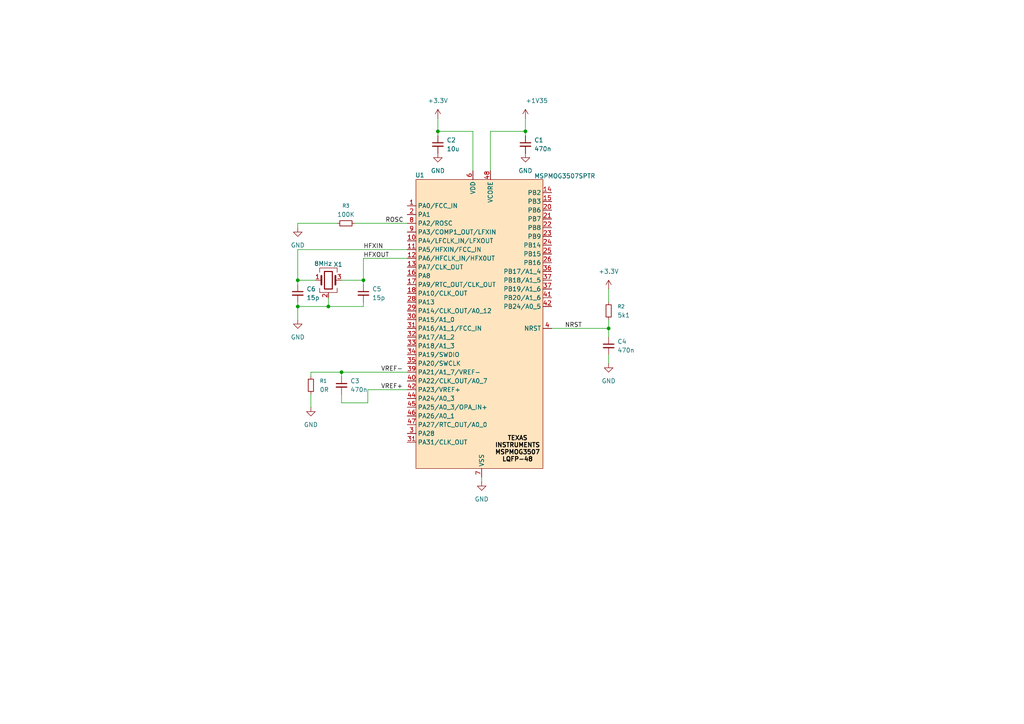
<source format=kicad_sch>
(kicad_sch (version 20250114) (generator "eeschema") (generator_version "9.0")
  (paper "A4")
  (title_block (title "MSPMO-Hardware") (date "2026-02-16") (company "Odari-Designs"))
  (lib_symbols
    (symbol "Device:C_Small" (pin_numbers (hide yes)) (pin_names (offset 0.254) (hide yes))
      (property "Reference" "C" (at 0.254 1.778 0))
      (property "Value" "C_Small" (at 0.254 -2.032 0))
      (symbol "C_Small_0_1"
        (polyline (pts (xy -1.524 0.508) (xy 1.524 0.508)) (stroke (width 0.3048)))
        (polyline (pts (xy -1.524 -0.508) (xy 1.524 -0.508)) (stroke (width 0.3302)))
      )
      (symbol "C_Small_1_1"
        (pin passive line (at 0 2.54 270) (length 2.032) (name "~") (number "1"))
        (pin passive line (at 0 -2.54 90) (length 2.032) (name "~") (number "2"))
      )
    )
    (symbol "Device:Crystal_GND24" (pin_names (offset 1.016) (hide yes))
      (property "Reference" "Y" (at 3.175 5.08 0))
      (property "Value" "Crystal_GND24" (at 3.175 3.175 0))
      (symbol "Crystal_GND24_0_1"
        (polyline (pts (xy -2.54 2.286) (xy -2.54 3.556) (xy 2.54 3.556) (xy 2.54 2.286)))
        (polyline (pts (xy -2.54 0) (xy -2.032 0)))
        (polyline (pts (xy -2.54 -2.286) (xy -2.54 -3.556) (xy 2.54 -3.556) (xy 2.54 -2.286)))
        (polyline (pts (xy -2.032 -1.27) (xy -2.032 1.27)) (stroke (width 0.508)))
        (rectangle (start -1.143 2.54) (end 1.143 -2.54) (stroke (width 0.3048)))
        (polyline (pts (xy 0 -3.81) (xy 0 -3.556)))
        (polyline (pts (xy 2.032 0) (xy 2.54 0)))
        (polyline (pts (xy 2.032 -1.27) (xy 2.032 1.27)) (stroke (width 0.508)))
      )
      (symbol "Crystal_GND24_1_1"
        (pin passive line (at -3.81 0 0) (length 1.27) (name "1") (number "1"))
        (pin passive line (at 0 -5.08 90) (length 1.27) (name "G") (number "2"))
        (pin passive line (at 0 -5.08 90) (length 1.27) (hide yes) (name "G") (number "4"))
        (pin passive line (at 3.81 0 180) (length 1.27) (name "3") (number "3"))
      )
    )
    (symbol "Device:R_Small" (pin_numbers (hide yes)) (pin_names (offset 0.254) (hide yes))
      (property "Reference" "R" (at 0 0 90))
      (property "Value" "R_Small" (at 1.778 0 90))
      (symbol "R_Small_0_1"
        (rectangle (start -0.762 1.778) (end 0.762 -1.778) (stroke (width 0.2032)))
      )
      (symbol "R_Small_1_1"
        (pin passive line (at 0 2.54 270) (length 0.762) (name "~") (number "1"))
        (pin passive line (at 0 -2.54 90) (length 0.762) (name "~") (number "2"))
      )
    )
    (symbol "MSPMOG3507SPTR:MSPMOG3507SPTR"
      (property "Reference" "U" (at 0.508 1.27 0))
      (property "Value" "MSPM0G3507SPTR" (at 2.54 3.556 0))
      (symbol "MSPMOG3507SPTR_1_1"
        (rectangle (start 0 0) (end 36.83 -83.82) (stroke (width 0) (color 132 0 0 1)) (fill (type color) (color 255 229 191 1)))
        (text "TEXAS\nINSTRUMENTS\nMSPMOG3507\nLQFP-48" (at 29.464 -77.978 0) (effects (font (size 1.27 1.27) (thickness 0.254) (bold yes))))
        (pin input line (at -2.54 -7.62 0) (length 2.54) (name "PA0/FCC_IN") (number "1"))
        (pin bidirectional line (at -2.54 -10.16 0) (length 2.54) (name "PA1") (number "2"))
        (pin bidirectional line (at -2.54 -12.7 0) (length 2.54) (name "PA2/ROSC") (number "8"))
        (pin input line (at -2.54 -15.24 0) (length 2.54) (name "PA3/COMP1_OUT/LFXIN") (number "9"))
        (pin output line (at -2.54 -17.78 0) (length 2.54) (name "PA4/LFCLK_IN/LFXOUT") (number "10"))
        (pin input line (at -2.54 -20.32 0) (length 2.54) (name "PA5/HFXIN/FCC_IN") (number "11"))
        (pin output line (at -2.54 -22.86 0) (length 2.54) (name "PA6/HFCLK_IN/HFX0UT") (number "12"))
        (pin output line (at -2.54 -25.4 0) (length 2.54) (name "PA7/CLK_OUT") (number "13"))
        (pin input line (at -2.54 -27.94 0) (length 2.54) (name "PA8") (number "16"))
        (pin bidirectional line (at -2.54 -30.48 0) (length 2.54) (name "PA9/RTC_OUT/CLK_OUT") (number "17"))
        (pin bidirectional line (at -2.54 -33.02 0) (length 2.54) (name "PA10/CLK_OUT") (number "18"))
        (pin bidirectional line (at -2.54 -35.56 0) (length 2.54) (name "PA13") (number "28"))
        (pin bidirectional line (at -2.54 -38.1 0) (length 2.54) (name "PA14/CLK_OUT/A0_12") (number "29"))
        (pin bidirectional line (at -2.54 -40.64 0) (length 2.54) (name "PA15/A1_0") (number "30"))
        (pin bidirectional line (at -2.54 -43.18 0) (length 2.54) (name "PA16/A1_1/FCC_IN") (number "31"))
        (pin bidirectional line (at -2.54 -45.72 0) (length 2.54) (name "PA17/A1_2") (number "32"))
        (pin bidirectional line (at -2.54 -48.26 0) (length 2.54) (name "PA18/A1_3") (number "33"))
        (pin bidirectional line (at -2.54 -50.8 0) (length 2.54) (name "PA19/SWDIO") (number "34"))
        (pin bidirectional line (at -2.54 -53.34 0) (length 2.54) (name "PA20/SWCLK") (number "35"))
        (pin bidirectional line (at -2.54 -55.88 0) (length 2.54) (name "PA21/A1_7/VREF-") (number "39"))
        (pin bidirectional line (at -2.54 -58.42 0) (length 2.54) (name "PA22/CLK_OUT/A0_7") (number "40"))
        (pin bidirectional line (at -2.54 -60.96 0) (length 2.54) (name "PA23/VREF+") (number "42"))
        (pin bidirectional line (at -2.54 -63.5 0) (length 2.54) (name "PA24/A0_3") (number "44"))
        (pin bidirectional line (at -2.54 -66.04 0) (length 2.54) (name "PA25/A0_3/OPA_IN+") (number "45"))
        (pin bidirectional line (at -2.54 -68.58 0) (length 2.54) (name "PA26/A0_1") (number "46"))
        (pin bidirectional line (at -2.54 -71.12 0) (length 2.54) (name "PA27/RTC_OUT/A0_0") (number "47"))
        (pin bidirectional line (at -2.54 -73.66 0) (length 2.54) (name "PA28") (number "3"))
        (pin input line (at -2.54 -76.2 0) (length 2.54) (name "PA31/CLK_OUT") (number "31"))
        (pin power_in line (at 16.51 2.54 270) (length 2.54) (name "VDD") (number "6"))
        (pin power_in line (at 19.05 -86.36 90) (length 2.54) (name "VSS") (number "7"))
        (pin power_out line (at 21.59 2.54 270) (length 2.54) (name "VCORE") (number "48"))
        (pin bidirectional line (at 39.37 -3.81 180) (length 2.54) (name "PB2") (number "14"))
        (pin bidirectional line (at 39.37 -6.35 180) (length 2.54) (name "PB3") (number "15"))
        (pin bidirectional line (at 39.37 -8.89 180) (length 2.54) (name "PB6") (number "20"))
        (pin bidirectional line (at 39.37 -11.43 180) (length 2.54) (name "PB7") (number "21"))
        (pin bidirectional line (at 39.37 -13.97 180) (length 2.54) (name "PB8") (number "22"))
        (pin bidirectional line (at 39.37 -16.51 180) (length 2.54) (name "PB9") (number "23"))
        (pin bidirectional line (at 39.37 -19.05 180) (length 2.54) (name "PB14") (number "24"))
        (pin bidirectional line (at 39.37 -21.59 180) (length 2.54) (name "PB15") (number "25"))
        (pin bidirectional line (at 39.37 -24.13 180) (length 2.54) (name "PB16") (number "26"))
        (pin bidirectional line (at 39.37 -26.67 180) (length 2.54) (name "PB17/A1_4") (number "36"))
        (pin bidirectional line (at 39.37 -29.21 180) (length 2.54) (name "PB18/A1_5") (number "37"))
        (pin bidirectional line (at 39.37 -31.75 180) (length 2.54) (name "PB19/A1_6") (number "37"))
        (pin bidirectional line (at 39.37 -34.29 180) (length 2.54) (name "PB20/A1_6") (number "41"))
        (pin bidirectional line (at 39.37 -36.83 180) (length 2.54) (name "PB24/A0_5") (number "42"))
        (pin input line (at 39.37 -43.18 180) (length 2.54) (name "NRST") (number "4"))
      )
    )
    (symbol "power:+1V35" (power) (pin_numbers (hide yes)) (pin_names (offset 0) (hide yes))
      (property "Value" "+1V35" (at 0 3.556 0))
      (symbol "+1V35_0_1"
        (polyline (pts (xy -0.762 1.27) (xy 0 2.54)))
        (polyline (pts (xy 0 2.54) (xy 0.762 1.27)))
        (polyline (pts (xy 0 0) (xy 0 2.54)))
      )
      (symbol "+1V35_1_1"
        (pin power_in line (at 0 0 90) (length 0) (name "~") (number "1"))
      )
    )
    (symbol "power:+3.3V" (power) (pin_numbers (hide yes)) (pin_names (offset 0) (hide yes))
      (property "Value" "+3.3V" (at 0 3.556 0))
      (symbol "+3.3V_0_1"
        (polyline (pts (xy -0.762 1.27) (xy 0 2.54)))
        (polyline (pts (xy 0 2.54) (xy 0.762 1.27)))
        (polyline (pts (xy 0 0) (xy 0 2.54)))
      )
      (symbol "+3.3V_1_1"
        (pin power_in line (at 0 0 90) (length 0) (name "~") (number "1"))
      )
    )
    (symbol "power:GND" (power) (pin_numbers (hide yes)) (pin_names (offset 0) (hide yes))
      (property "Value" "GND" (at 0 -3.81 0))
      (symbol "GND_0_1"
        (polyline (pts (xy 0 0) (xy 0 -1.27) (xy 1.27 -1.27) (xy 0 -2.54) (xy -1.27 -1.27) (xy 0 -1.27)))
      )
      (symbol "GND_1_1"
        (pin power_in line (at 0 0 270) (length 0) (name "~") (number "1"))
      )
    )
  )
  (junction (at 86.36 88.9))
  (junction (at 127 38.1))
  (junction (at 86.36 81.28))
  (junction (at 152.4 38.1))
  (junction (at 95.25 88.9))
  (junction (at 176.53 95.25))
  (junction (at 99.06 107.95))
  (junction (at 105.41 81.28))
  (wire (pts (xy 137.16 38.1) (xy 137.16 49.53)))
  (wire (pts (xy 90.17 114.3) (xy 90.17 118.11)))
  (wire (pts (xy 95.25 88.9) (xy 105.41 88.9)))
  (wire (pts (xy 127 38.1) (xy 127 39.37)))
  (wire (pts (xy 90.17 107.95) (xy 99.06 107.95)))
  (wire (pts (xy 142.24 38.1) (xy 152.4 38.1)))
  (wire (pts (xy 105.41 81.28) (xy 105.41 82.55)))
  (wire (pts (xy 86.36 64.77) (xy 86.36 66.04)))
  (wire (pts (xy 102.87 64.77) (xy 118.11 64.77)))
  (wire (pts (xy 127 34.29) (xy 127 38.1)))
  (wire (pts (xy 99.06 107.95) (xy 118.11 107.95)))
  (wire (pts (xy 86.36 72.39) (xy 118.11 72.39)))
  (wire (pts (xy 176.53 92.71) (xy 176.53 95.25)))
  (wire (pts (xy 97.79 64.77) (xy 86.36 64.77)))
  (wire (pts (xy 86.36 88.9) (xy 86.36 92.71)))
  (wire (pts (xy 127 38.1) (xy 137.16 38.1)))
  (wire (pts (xy 86.36 81.28) (xy 86.36 82.55)))
  (wire (pts (xy 176.53 95.25) (xy 176.53 97.79)))
  (wire (pts (xy 176.53 102.87) (xy 176.53 105.41)))
  (wire (pts (xy 105.41 87.63) (xy 105.41 88.9)))
  (wire (pts (xy 139.7 138.43) (xy 139.7 139.7)))
  (wire (pts (xy 106.68 113.03) (xy 118.11 113.03)))
  (wire (pts (xy 160.02 95.25) (xy 176.53 95.25)))
  (wire (pts (xy 99.06 116.84) (xy 106.68 116.84)))
  (wire (pts (xy 152.4 34.29) (xy 152.4 38.1)))
  (wire (pts (xy 90.17 107.95) (xy 90.17 109.22)))
  (wire (pts (xy 95.25 86.36) (xy 95.25 88.9)))
  (wire (pts (xy 99.06 81.28) (xy 105.41 81.28)))
  (wire (pts (xy 86.36 87.63) (xy 86.36 88.9)))
  (wire (pts (xy 105.41 74.93) (xy 118.11 74.93)))
  (wire (pts (xy 99.06 109.22) (xy 99.06 107.95)))
  (wire (pts (xy 86.36 81.28) (xy 91.44 81.28)))
  (wire (pts (xy 86.36 88.9) (xy 95.25 88.9)))
  (wire (pts (xy 152.4 38.1) (xy 152.4 39.37)))
  (wire (pts (xy 86.36 72.39) (xy 86.36 81.28)))
  (wire (pts (xy 99.06 114.3) (xy 99.06 116.84)))
  (wire (pts (xy 176.53 83.82) (xy 176.53 87.63)))
  (wire (pts (xy 106.68 113.03) (xy 106.68 116.84)))
  (wire (pts (xy 105.41 74.93) (xy 105.41 81.28)))
  (wire (pts (xy 142.24 38.1) (xy 142.24 49.53)))
  (label "VREF+" (at 110.49 113.03 0))
  (label "HFXIN" (at 105.41 72.39 0))
  (label "NRST" (at 163.83 95.25 0))
  (label "VREF-" (at 110.49 107.95 0))
  (label "HFXOUT" (at 105.41 74.93 0))
  (label "ROSC" (at 111.76 64.77 0))
  (symbol (lib_id "power:GND") (at 90.17 118.11 0) (unit 1)
    (property "Reference" "#PWR06" (effects (hide yes)))
    (property "Value" "GND" (at 90.17 123.19 0))
    (property "Description" "Power symbol creates a global label with name \"GND\" , ground" (effects (hide yes)))
  )
  (symbol (lib_id "Device:C_Small") (at 105.41 85.09 0) (unit 1)
    (property "Reference" "C5" (at 107.95 83.8262 0) (effects (justify left)))
    (property "Value" "15p" (at 107.95 86.3662 0) (effects (justify left)))
    (property "Footprint" "Capacitor_SMD:C_0805_2012Metric" (effects (hide yes)))
    (property "Datasheet" "https://eu.mouser.com/datasheet/3/72/1/KEM_C1063_X8R_FT_CAP_SMD.pdf" (effects (hide yes)))
    (property "Description" "Multilayer Ceramic Capacitors MLCC - SMD/SMT 10V 15pF X8R 0805 10%" (effects (hide yes)))
    (property "Manufacturer" "KEMET" (effects (hide yes)))
    (property "Manufacturer part Number " "C0805T474K8RBLTU" (effects (hide yes)))
    (property "Distributor Link 1" "https://eu.mouser.com/ProductDetail/KEMET/C0805X150K8HACTU?qs=f9yNj16SXrK762JzR9dZ8g%3D%3D" (effects (hide yes)))
    (property "Distributor Link 2" "https://www.digikey.com/en/products/detail/kemet/C0805X150K8HACTU/8336347?s=N4IgTCBcDaIMIAYAcCCsANAjKhBpJAEgIJwAqAqiALoC%2BQA" (effects (hide yes)))
  )
  (symbol (lib_id "power:GND") (at 127 44.45 0) (unit 1)
    (property "Reference" "#PWR05" (effects (hide yes)))
    (property "Value" "GND" (at 127 49.53 0))
    (property "Description" "Power symbol creates a global label with name \"GND\" , ground" (effects (hide yes)))
  )
  (symbol (lib_id "Device:C_Small") (at 152.4 41.91 0) (unit 1)
    (property "Reference" "C1" (at 154.94 40.6462 0) (effects (justify left)))
    (property "Value" "470n" (at 154.94 43.1862 0) (effects (justify left)))
    (property "Footprint" "Capacitor_SMD:C_0805_2012Metric" (effects (hide yes)))
    (property "Datasheet" "https://eu.mouser.com/datasheet/3/72/1/KEM_C1027_X7R_COTS_SMD.pdf" (effects (hide yes)))
    (property "Description" "Multilayer Ceramic Capacitors MLCC - SMD/SMT 10V 0.47uF 10% X7R 0805" (effects (hide yes)))
    (property "Manufacturer" "KEMET" (effects (hide yes)))
    (property "Manufacturer part Number " "C0805T474K8RBLTU" (effects (hide yes)))
    (property "Distributor Link 1" "https://eu.mouser.com/ProductDetail/KEMET/C0805T474K8RBLTU?qs=olJun0bQHM98KL9JEU0nkA%3D%3D" (effects (hide yes)))
    (property "Distributor Link 2" "https://www.digikey.com/en/products/detail/kemet/C0805T474K8RBLTU/27639799?s=N4IgTCBcDaIMIAYAcCCsAVALAdkwaSQCUAhAGXQFUQBdAXyA" (effects (hide yes)))
    (property "LCSC" "C20859689" (effects (hide yes)))
  )
  (symbol (lib_id "Device:C_Small") (at 86.36 85.09 0) (unit 1)
    (property "Reference" "C6" (at 88.9 83.8262 0) (effects (justify left)))
    (property "Value" "15p" (at 88.9 86.3662 0) (effects (justify left)))
    (property "Footprint" "Capacitor_SMD:C_0805_2012Metric" (effects (hide yes)))
    (property "Datasheet" "https://eu.mouser.com/datasheet/3/72/1/KEM_C1063_X8R_FT_CAP_SMD.pdf" (effects (hide yes)))
    (property "Description" "Multilayer Ceramic Capacitors MLCC - SMD/SMT 10V 15pF X8R 0805 10%" (effects (hide yes)))
    (property "Manufacturer" "KEMET" (effects (hide yes)))
    (property "Manufacturer part Number " "C0805T474K8RBLTU" (effects (hide yes)))
    (property "Distributor Link 1" "https://eu.mouser.com/ProductDetail/KEMET/C0805X150K8HACTU?qs=f9yNj16SXrK762JzR9dZ8g%3D%3D" (effects (hide yes)))
    (property "Distributor Link 2" "https://www.digikey.com/en/products/detail/kemet/C0805X150K8HACTU/8336347?s=N4IgTCBcDaIMIAYAcCCsANAjKhBpJAEgIJwAqAqiALoC%2BQA" (effects (hide yes)))
  )
  (symbol (lib_id "Device:R_Small") (at 90.17 111.76 0) (unit 1)
    (property "Reference" "R1" (at 92.71 110.4899 0) (effects (font (size 1.016 1.016)) (justify left)))
    (property "Value" "0R" (at 92.71 113.0299 0) (effects (justify left)))
    (property "Footprint" "Resistor_SMD:R_0603_1608Metric" (effects (hide yes)))
    (property "Datasheet" "https://www.vishay.com/docs/28744/mc_vg01.pdf" (effects (hide yes)))
    (property "Description" "Thin Film Resistors - SMD .1W 47Kohm 1% 0603 50ppm Auto" (effects (hide yes)))
    (property "Manufacturer" "Vishay / Beyschlag" (effects (hide yes)))
    (property "Manufacturer Part Number" "MCT06030C4702FP500" (effects (hide yes)))
    (property "Distributor Link 1 " "https://eu.mouser.com/ProductDetail/Vishay-Beyschlag/MCT06030C4702FP500?qs=7ZE6F4QMOBa8uKZSFemjDw%3D%3D" (effects (hide yes)))
    (property "Distributor Link 2" "https://www.digikey.com/en/products/detail/vishay/MCT06030C4702FP500/2607854?s=N4IgTCBcDaILIGEAqAGAbCgzChAWA7CmAGIAKArCiiALoC%2BQA" (effects (hide yes)))
    (property "LCSC" "C1884633" (effects (hide yes)))
  )
  (symbol (lib_id "power:GND") (at 86.36 92.71 0) (unit 1)
    (property "Reference" "#PWR010" (effects (hide yes)))
    (property "Value" "GND" (at 86.36 97.79 0))
    (property "Description" "Power symbol creates a global label with name \"GND\" , ground" (effects (hide yes)))
  )
  (symbol (lib_id "power:GND") (at 86.36 66.04 0) (unit 1)
    (property "Reference" "#PWR09" (effects (hide yes)))
    (property "Value" "GND" (at 86.36 71.12 0))
    (property "Description" "Power symbol creates a global label with name \"GND\" , ground" (effects (hide yes)))
  )
  (symbol (lib_id "Device:R_Small") (at 100.33 64.77 90) (unit 1)
    (property "Reference" "R3" (at 100.33 59.69 90) (effects (font (size 1.016 1.016))))
    (property "Value" "100K" (at 100.33 62.23 90))
    (property "Footprint" "Resistor_SMD:R_0603_1608Metric" (effects (hide yes)))
    (property "Datasheet" "https://www.vishay.com/docs/28758/tnpw_e3.pdf" (effects (hide yes)))
    (property "Description" "Thin Film Resistors - SMD TNPW0603 100K 1% T-9 ET1 e3" (effects (hide yes)))
    (property "Manufacturer" "Vishay / Beyschlag" (effects (hide yes)))
    (property "Manufacturer Part Number" "TNPW0603100KFEEA" (effects (hide yes)))
    (property "Distributor Link 1 " "https://eu.mouser.com/ProductDetail/Vishay/TNPW0603100KFEEA?qs=XoCFwKZhtasemI9InI7ogg%3D%3D" (effects (hide yes)))
    (property "Distributor Link 2" "https://www.digikey.com/en/products/detail/vishay-dale/TNPW06035K10BEEA/1606847?s=N4IgTCBcDaICoDkAKB1ADANjQZgKwGkBGNAIQFEyBBEAXQF8g" (effects (hide yes)))
    (property "LCSC" "C2131840" (effects (hide yes)))
  )
  (symbol (lib_id "power:+3.3V") (at 127 34.29 0) (unit 1)
    (property "Reference" "#PWR04" (effects (hide yes)))
    (property "Value" "+3.3V" (at 127 29.21 0))
    (property "Description" "Power symbol creates a global label with name \"+3.3V\"" (effects (hide yes)))
  )
  (symbol (lib_id "Device:R_Small") (at 176.53 90.17 0) (unit 1)
    (property "Reference" "R2" (at 179.07 88.8999 0) (effects (font (size 1.016 1.016)) (justify left)))
    (property "Value" "5k1" (at 179.07 91.4399 0) (effects (justify left)))
    (property "Footprint" "Resistor_SMD:R_0603_1608Metric" (effects (hide yes)))
    (property "Datasheet" "https://www.vishay.com/docs/28758/tnpw_e3.pdf" (effects (hide yes)))
    (property "Description" "Thin Film Resistors - SMD 5.1Kohms .1% 25ppm" (effects (hide yes)))
    (property "Manufacturer" "Vishay / Beyschlag" (effects (hide yes)))
    (property "Manufacturer Part Number" "TNPW06035K10BEEA" (effects (hide yes)))
    (property "Distributor Link 1 " "https://eu.mouser.com/ProductDetail/Vishay/TNPW06035K10BEEA?qs=hEUCbmUtbxHhD9qbbWac2w%3D%3D" (effects (hide yes)))
    (property "Distributor Link 2" "https://www.digikey.com/en/products/detail/vishay-dale/TNPW06035K10BEEA/1606847?s=N4IgTCBcDaICoDkAKB1ADANjQZgKwGkBGNAIQFEyBBEAXQF8g" (effects (hide yes)))
    (property "LCSC" "C2088892" (effects (hide yes)))
  )
  (symbol (lib_id "power:GND") (at 176.53 105.41 0) (unit 1)
    (property "Reference" "#PWR07" (effects (hide yes)))
    (property "Value" "GND" (at 176.53 110.49 0))
    (property "Description" "Power symbol creates a global label with name \"GND\" , ground" (effects (hide yes)))
  )
  (symbol (lib_id "Device:C_Small") (at 99.06 111.76 0) (unit 1)
    (property "Reference" "C3" (at 101.6 110.4962 0) (effects (justify left)))
    (property "Value" "470n" (at 101.6 113.0362 0) (effects (justify left)))
    (property "Footprint" "Capacitor_SMD:C_0805_2012Metric" (effects (hide yes)))
    (property "Datasheet" "https://eu.mouser.com/datasheet/3/72/1/KEM_C1027_X7R_COTS_SMD.pdf" (effects (hide yes)))
    (property "Description" "Multilayer Ceramic Capacitors MLCC - SMD/SMT 10V 0.47uF 10% X7R 0805" (effects (hide yes)))
    (property "Manufacturer" "KEMET" (effects (hide yes)))
    (property "Manufacturer part Number " "C0805T474K8RBLTU" (effects (hide yes)))
    (property "Distributor Link 1" "https://eu.mouser.com/ProductDetail/KEMET/C0805T474K8RBLTU?qs=olJun0bQHM98KL9JEU0nkA%3D%3D" (effects (hide yes)))
    (property "Distributor Link 2" "https://www.digikey.com/en/products/detail/kemet/C0805T474K8RBLTU/27639799?s=N4IgTCBcDaIMIAYAcCCsAVALAdkwaSQCUAhAGXQFUQBdAXyA" (effects (hide yes)))
    (property "LCSC" "C20859689" (effects (hide yes)))
  )
  (symbol (lib_id "Device:C_Small") (at 127 41.91 0) (unit 1)
    (property "Reference" "C2" (at 129.54 40.6462 0) (effects (justify left)))
    (property "Value" "10u" (at 129.54 43.1862 0) (effects (justify left)))
    (property "Footprint" "Capacitor_SMD:C_0805_2012Metric" (effects (hide yes)))
    (property "Datasheet" "https://eu.mouser.com/datasheet/3/72/1/C0805C106K8PAC7210.pdf" (effects (hide yes)))
    (property "Description" "Multilayer Ceramic Capacitors MLCC - SMD/SMT 10V 10uF X5R 0805 10%" (effects (hide yes)))
    (property "Manufacturer" "KEMET" (effects (hide yes)))
    (property "Manufacturer part Number " "C0805C106K8PAC7210" (effects (hide yes)))
    (property "Distributor Link 1" "https://eu.mouser.com/ProductDetail/KEMET/C0805C106K8PAC7210?qs=TJyCevD4CUEvnGMeng7Ing%3D%3D" (effects (hide yes)))
    (property "Distributor Link 2" "https://www.digikey.com/en/products/detail/kemet/C0805C106K8PAC7210/12701235?s=N4IgTCBcDaIMIAYAcCCscCMCBsBpJACgIJwDsYWIAugL5A" (effects (hide yes)))
    (property "LCSC" "C1882894" (effects (hide yes)))
  )
  (symbol (lib_id "Device:C_Small") (at 176.53 100.33 0) (unit 1)
    (property "Reference" "C4" (at 179.07 99.0662 0) (effects (justify left)))
    (property "Value" "470n" (at 179.07 101.6062 0) (effects (justify left)))
    (property "Footprint" "Capacitor_SMD:C_0805_2012Metric" (effects (hide yes)))
    (property "Datasheet" "https://eu.mouser.com/datasheet/3/72/1/KEM_C1027_X7R_COTS_SMD.pdf" (effects (hide yes)))
    (property "Description" "Multilayer Ceramic Capacitors MLCC - SMD/SMT 10V 0.47uF 10% X7R 0805" (effects (hide yes)))
    (property "Manufacturer" "KEMET" (effects (hide yes)))
    (property "Manufacturer part Number " "C0805T474K8RBLTU" (effects (hide yes)))
    (property "Distributor Link 1" "https://eu.mouser.com/ProductDetail/KEMET/C0805T474K8RBLTU?qs=olJun0bQHM98KL9JEU0nkA%3D%3D" (effects (hide yes)))
    (property "Distributor Link 2" "https://www.digikey.com/en/products/detail/kemet/C0805T474K8RBLTU/27639799?s=N4IgTCBcDaIMIAYAcCCsAVALAdkwaSQCUAhAGXQFUQBdAXyA" (effects (hide yes)))
    (property "LCSC" "C20859689" (effects (hide yes)))
  )
  (symbol (lib_id "MSPMOG3507SPTR:MSPMOG3507SPTR") (at 120.65 52.07 0) (unit 1)
    (property "Reference" "U1" (at 120.396 50.8 0) (effects (justify left)))
    (property "Value" "MSPMOG3507SPTR" (at 154.94 51.054 0) (effects (justify left)))
    (property "Footprint" "Package_QFP:LQFP-48-1EP_7x7mm_P0.5mm_EP3.6x3.6mm_ThermalVias" (effects (hide yes)))
    (property "Datasheet" "https://www.ti.com/lit/ds/symlink/mspm0g3507.pdf?ts=1771244205042&ref_url=https%253A%252F%252Fwww.ti.com%252Fproduct%252FMSPM0G3507%252Fpart-details%252FMSPM0G3507SPTR" (effects (hide yes)))
    (property "Description" "Microcontroller ARM Cortex -MO +80Mhz 128kB 32kb" (effects (hide yes)))
    (property "Manufacturer" "Texas Instruments" (effects (hide yes)))
    (property "Manufacturer Part Number" "MSPMOG3507SPTR" (effects (hide yes)))
    (property "Distributor Link 1" "https://eu.mouser.com/ProductDetail/Texas-Instruments/MSPM0G3507SPTR?qs=ST9lo4GX8V1GEI0H4GAJcA%3D%3D&srsltid=AfmBOorHTAR3Xy9xSr2ftDIAS1bj25rc6j3AfXq4hEl9akMYmwlnfI_u" (effects (hide yes)))
    (property "Distributor Link 2" "https://www.ti.com/product/MSPM0G3507/part-details/MSPM0G3507SPTR" (effects (hide yes)))
    (property "LCSC" "C22362630" (effects (hide yes)))
  )
  (symbol (lib_id "Device:Crystal_GND24") (at 95.25 81.28 0) (unit 1)
    (property "Reference" "X1" (at 98.044 76.708 0))
    (property "Value" "8MHz" (at 93.726 76.454 0))
    (property "Footprint" "Crystal:Crystal_SMD_3225-4Pin_3.2x2.5mm" (effects (hide yes)))
    (property "Datasheet" "https://eu.mouser.com/datasheet/3/5926/1/clock_z_x_e.pdf" (effects (hide yes)))
    (property "Description" "Four pin crystal, GND on pins 2 and 4" (effects (hide yes)))
    (property private "KLC_S3.3" "The rectangle is not a symbol body but a graphical element" (effects (hide yes)))
    (property private "KLC_S4.1" "Some pins are on 50mil grid to make the symbol small" (effects (hide yes)))
    (property "Manufacturerer" "KYOCERA AVX" (effects (hide yes)))
    (property "Manufacturer part Number" "KC3225Z8.00000C1KX00" (effects (hide yes)))
    (property "Distributor Link 1" "https://eu.mouser.com/ProductDetail/KYOCERA-AVX/KC3225Z8.00000C1KX00?qs=rrS6PyfT74dJX1kq0yB1eQ%3D%3D" (effects (hide yes)))
    (property "Distributor Link 2" "https://www.digikey.com/en/products/detail/kyocera-avx/KC3225Z8-00000C1KX00/9490887?s=N4IgTCBcDaINIGEDMYwFYBaAOAdABgIIQEY4ANAkAXQF8g" (effects (hide yes)))
    (property "LCSC" "C1988275" (effects (hide yes)))
  )
  (symbol (lib_id "power:+1V35") (at 152.4 34.29 0) (unit 1)
    (property "Reference" "#PWR02" (effects (hide yes)))
    (property "Value" "+1V35" (at 155.702 29.21 0))
    (property "Description" "Power symbol creates a global label with name \"+1V35\"" (effects (hide yes)))
  )
  (symbol (lib_id "power:GND") (at 152.4 44.45 0) (unit 1)
    (property "Reference" "#PWR03" (effects (hide yes)))
    (property "Value" "GND" (at 152.4 49.53 0))
    (property "Description" "Power symbol creates a global label with name \"GND\" , ground" (effects (hide yes)))
  )
  (symbol (lib_id "power:+3.3V") (at 176.53 83.82 0) (unit 1)
    (property "Reference" "#PWR08" (effects (hide yes)))
    (property "Value" "+3.3V" (at 176.53 78.74 0))
    (property "Description" "Power symbol creates a global label with name \"+3.3V\"" (effects (hide yes)))
  )
  (symbol (lib_id "power:GND") (at 139.7 139.7 0) (unit 1)
    (property "Reference" "#PWR01" (effects (hide yes)))
    (property "Value" "GND" (at 139.7 144.78 0))
    (property "Description" "Power symbol creates a global label with name \"GND\" , ground" (effects (hide yes)))
  )
)
</source>
